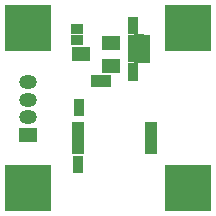
<source format=gbs>
G04 (created by PCBNEW-RS274X (2012-apr-16-27)-stable) date Sat 17 May 2014 12:29:47 BST*
G01*
G70*
G90*
%MOIN*%
G04 Gerber Fmt 3.4, Leading zero omitted, Abs format*
%FSLAX34Y34*%
G04 APERTURE LIST*
%ADD10C,0.006000*%
%ADD11R,0.059400X0.047600*%
%ADD12R,0.035700X0.043600*%
%ADD13R,0.043600X0.035700*%
%ADD14O,0.059400X0.047600*%
%ADD15R,0.153900X0.153900*%
%ADD16R,0.033800X0.051500*%
%ADD17R,0.035700X0.031800*%
G04 APERTURE END LIST*
G54D10*
G36*
X25760Y-29280D02*
X25760Y-29558D01*
X25344Y-29558D01*
X25344Y-29280D01*
X25760Y-29280D01*
X25760Y-29280D01*
G37*
G36*
X25760Y-29536D02*
X25760Y-29814D01*
X25344Y-29814D01*
X25344Y-29536D01*
X25760Y-29536D01*
X25760Y-29536D01*
G37*
G36*
X25760Y-29792D02*
X25760Y-30070D01*
X25344Y-30070D01*
X25344Y-29792D01*
X25760Y-29792D01*
X25760Y-29792D01*
G37*
G36*
X25760Y-30048D02*
X25760Y-30326D01*
X25344Y-30326D01*
X25344Y-30048D01*
X25760Y-30048D01*
X25760Y-30048D01*
G37*
G36*
X23320Y-30048D02*
X23320Y-30326D01*
X22904Y-30326D01*
X22904Y-30048D01*
X23320Y-30048D01*
X23320Y-30048D01*
G37*
G36*
X23320Y-29792D02*
X23320Y-30070D01*
X22904Y-30070D01*
X22904Y-29792D01*
X23320Y-29792D01*
X23320Y-29792D01*
G37*
G36*
X23320Y-29536D02*
X23320Y-29814D01*
X22904Y-29814D01*
X22904Y-29536D01*
X23320Y-29536D01*
X23320Y-29536D01*
G37*
G36*
X23320Y-29280D02*
X23320Y-29558D01*
X22904Y-29558D01*
X22904Y-29280D01*
X23320Y-29280D01*
X23320Y-29280D01*
G37*
G54D11*
X23201Y-27007D03*
X24201Y-27382D03*
X24201Y-26632D03*
G54D12*
X24055Y-27913D03*
X23701Y-27913D03*
G54D13*
X23070Y-26515D03*
X23070Y-26161D03*
G54D14*
X21457Y-27932D03*
G54D11*
X21457Y-29704D03*
G54D14*
X21457Y-28523D03*
X21457Y-29113D03*
X21457Y-29113D03*
X21457Y-28523D03*
G54D11*
X21457Y-29704D03*
G54D14*
X21457Y-27932D03*
G54D15*
X21457Y-31456D03*
X21457Y-26141D03*
X26772Y-26141D03*
X26772Y-31456D03*
G54D10*
G36*
X25326Y-27283D02*
X24988Y-27283D01*
X24988Y-26769D01*
X25326Y-26769D01*
X25326Y-27283D01*
X25326Y-27283D01*
G37*
G36*
X25326Y-26851D02*
X24988Y-26851D01*
X24988Y-26337D01*
X25326Y-26337D01*
X25326Y-26851D01*
X25326Y-26851D01*
G37*
G36*
X25523Y-27283D02*
X25185Y-27283D01*
X25185Y-26769D01*
X25523Y-26769D01*
X25523Y-27283D01*
X25523Y-27283D01*
G37*
G54D16*
X25354Y-26594D03*
X24960Y-27026D03*
X24960Y-26594D03*
G54D17*
X23110Y-30551D03*
X23110Y-30787D03*
X23151Y-28897D03*
X23151Y-28661D03*
X24961Y-27480D03*
X24961Y-27716D03*
X24961Y-25944D03*
X24961Y-26180D03*
M02*

</source>
